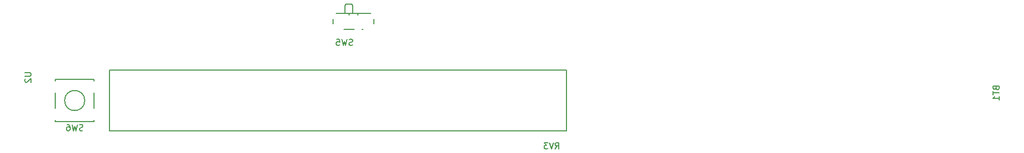
<source format=gbr>
G04 #@! TF.FileFunction,Legend,Bot*
%FSLAX46Y46*%
G04 Gerber Fmt 4.6, Leading zero omitted, Abs format (unit mm)*
G04 Created by KiCad (PCBNEW 4.0.4+e1-6308~48~ubuntu16.04.1-stable) date Sun Oct  9 19:18:54 2016*
%MOMM*%
%LPD*%
G01*
G04 APERTURE LIST*
%ADD10C,0.100000*%
%ADD11C,0.150000*%
G04 APERTURE END LIST*
D10*
D11*
X196330000Y-121865000D02*
X196330000Y-121565000D01*
X194830000Y-121865000D02*
X194830000Y-121565000D01*
X196980000Y-124165000D02*
X197180000Y-124165000D01*
X194180000Y-120265000D02*
X194380000Y-120065000D01*
X195480000Y-120265000D02*
X195280000Y-120065000D01*
X194180000Y-121565000D02*
X194180000Y-120265000D01*
X194380000Y-120065000D02*
X195280000Y-120065000D01*
X195480000Y-120265000D02*
X195480000Y-121565000D01*
X192730000Y-121565000D02*
X198430000Y-121565000D01*
X193980000Y-124165000D02*
X195680000Y-124165000D01*
X192230000Y-123265000D02*
X192230000Y-122465000D01*
X198930000Y-122465000D02*
X198930000Y-123265000D01*
X146710000Y-139090000D02*
X146710000Y-139340000D01*
X146710000Y-139340000D02*
X153010000Y-139340000D01*
X153010000Y-139340000D02*
X153010000Y-139090000D01*
X146710000Y-134590000D02*
X146710000Y-137190000D01*
X153010000Y-132690000D02*
X153010000Y-132440000D01*
X153010000Y-132440000D02*
X146710000Y-132440000D01*
X146710000Y-132440000D02*
X146710000Y-132690000D01*
X153010000Y-137190000D02*
X153010000Y-134590000D01*
X151510000Y-135890000D02*
G75*
G03X151510000Y-135890000I-1650000J0D01*
G01*
X155540000Y-140890000D02*
X230540000Y-140890000D01*
X230540000Y-140890000D02*
X230540000Y-130890000D01*
X230540000Y-130890000D02*
X155540000Y-130890000D01*
X155540000Y-130890000D02*
X155540000Y-140890000D01*
X300918571Y-133834286D02*
X300966190Y-133977143D01*
X301013810Y-134024762D01*
X301109048Y-134072381D01*
X301251905Y-134072381D01*
X301347143Y-134024762D01*
X301394762Y-133977143D01*
X301442381Y-133881905D01*
X301442381Y-133500952D01*
X300442381Y-133500952D01*
X300442381Y-133834286D01*
X300490000Y-133929524D01*
X300537619Y-133977143D01*
X300632857Y-134024762D01*
X300728095Y-134024762D01*
X300823333Y-133977143D01*
X300870952Y-133929524D01*
X300918571Y-133834286D01*
X300918571Y-133500952D01*
X300442381Y-134358095D02*
X300442381Y-134929524D01*
X301442381Y-134643809D02*
X300442381Y-134643809D01*
X301442381Y-135786667D02*
X301442381Y-135215238D01*
X301442381Y-135500952D02*
X300442381Y-135500952D01*
X300585238Y-135405714D01*
X300680476Y-135310476D01*
X300728095Y-135215238D01*
X141692381Y-131318095D02*
X142501905Y-131318095D01*
X142597143Y-131365714D01*
X142644762Y-131413333D01*
X142692381Y-131508571D01*
X142692381Y-131699048D01*
X142644762Y-131794286D01*
X142597143Y-131841905D01*
X142501905Y-131889524D01*
X141692381Y-131889524D01*
X141787619Y-132318095D02*
X141740000Y-132365714D01*
X141692381Y-132460952D01*
X141692381Y-132699048D01*
X141740000Y-132794286D01*
X141787619Y-132841905D01*
X141882857Y-132889524D01*
X141978095Y-132889524D01*
X142120952Y-132841905D01*
X142692381Y-132270476D01*
X142692381Y-132889524D01*
X195413333Y-126769762D02*
X195270476Y-126817381D01*
X195032380Y-126817381D01*
X194937142Y-126769762D01*
X194889523Y-126722143D01*
X194841904Y-126626905D01*
X194841904Y-126531667D01*
X194889523Y-126436429D01*
X194937142Y-126388810D01*
X195032380Y-126341190D01*
X195222857Y-126293571D01*
X195318095Y-126245952D01*
X195365714Y-126198333D01*
X195413333Y-126103095D01*
X195413333Y-126007857D01*
X195365714Y-125912619D01*
X195318095Y-125865000D01*
X195222857Y-125817381D01*
X194984761Y-125817381D01*
X194841904Y-125865000D01*
X194508571Y-125817381D02*
X194270476Y-126817381D01*
X194079999Y-126103095D01*
X193889523Y-126817381D01*
X193651428Y-125817381D01*
X192794285Y-125817381D02*
X193270476Y-125817381D01*
X193318095Y-126293571D01*
X193270476Y-126245952D01*
X193175238Y-126198333D01*
X192937142Y-126198333D01*
X192841904Y-126245952D01*
X192794285Y-126293571D01*
X192746666Y-126388810D01*
X192746666Y-126626905D01*
X192794285Y-126722143D01*
X192841904Y-126769762D01*
X192937142Y-126817381D01*
X193175238Y-126817381D01*
X193270476Y-126769762D01*
X193318095Y-126722143D01*
X151193333Y-140794762D02*
X151050476Y-140842381D01*
X150812380Y-140842381D01*
X150717142Y-140794762D01*
X150669523Y-140747143D01*
X150621904Y-140651905D01*
X150621904Y-140556667D01*
X150669523Y-140461429D01*
X150717142Y-140413810D01*
X150812380Y-140366190D01*
X151002857Y-140318571D01*
X151098095Y-140270952D01*
X151145714Y-140223333D01*
X151193333Y-140128095D01*
X151193333Y-140032857D01*
X151145714Y-139937619D01*
X151098095Y-139890000D01*
X151002857Y-139842381D01*
X150764761Y-139842381D01*
X150621904Y-139890000D01*
X150288571Y-139842381D02*
X150050476Y-140842381D01*
X149859999Y-140128095D01*
X149669523Y-140842381D01*
X149431428Y-139842381D01*
X148621904Y-139842381D02*
X148812381Y-139842381D01*
X148907619Y-139890000D01*
X148955238Y-139937619D01*
X149050476Y-140080476D01*
X149098095Y-140270952D01*
X149098095Y-140651905D01*
X149050476Y-140747143D01*
X149002857Y-140794762D01*
X148907619Y-140842381D01*
X148717142Y-140842381D01*
X148621904Y-140794762D01*
X148574285Y-140747143D01*
X148526666Y-140651905D01*
X148526666Y-140413810D01*
X148574285Y-140318571D01*
X148621904Y-140270952D01*
X148717142Y-140223333D01*
X148907619Y-140223333D01*
X149002857Y-140270952D01*
X149050476Y-140318571D01*
X149098095Y-140413810D01*
X228635238Y-143842381D02*
X228968572Y-143366190D01*
X229206667Y-143842381D02*
X229206667Y-142842381D01*
X228825714Y-142842381D01*
X228730476Y-142890000D01*
X228682857Y-142937619D01*
X228635238Y-143032857D01*
X228635238Y-143175714D01*
X228682857Y-143270952D01*
X228730476Y-143318571D01*
X228825714Y-143366190D01*
X229206667Y-143366190D01*
X228349524Y-142842381D02*
X228016191Y-143842381D01*
X227682857Y-142842381D01*
X227444762Y-142842381D02*
X226825714Y-142842381D01*
X227159048Y-143223333D01*
X227016190Y-143223333D01*
X226920952Y-143270952D01*
X226873333Y-143318571D01*
X226825714Y-143413810D01*
X226825714Y-143651905D01*
X226873333Y-143747143D01*
X226920952Y-143794762D01*
X227016190Y-143842381D01*
X227301905Y-143842381D01*
X227397143Y-143794762D01*
X227444762Y-143747143D01*
M02*

</source>
